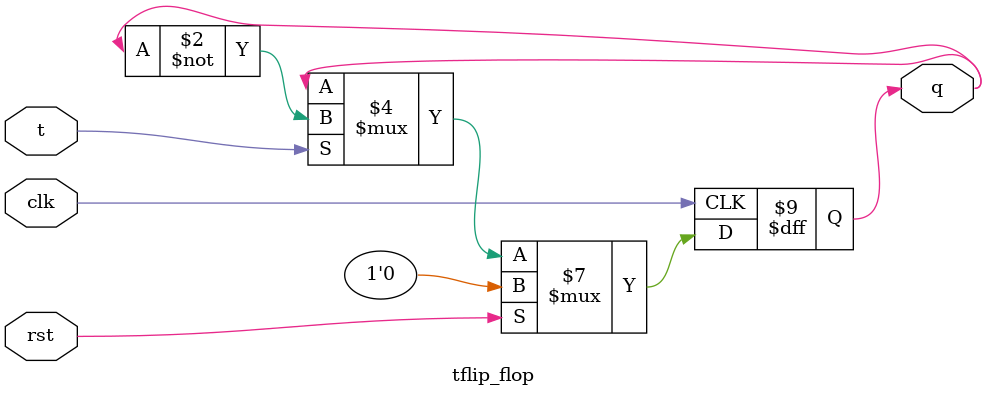
<source format=v>
module tflip_flop(input clk,rst,t,output reg q);
always@(posedge clk)begin
if(rst)
q<=0;
else if(t)
q<=~q;
else
q<=q;
end
endmodule


</source>
